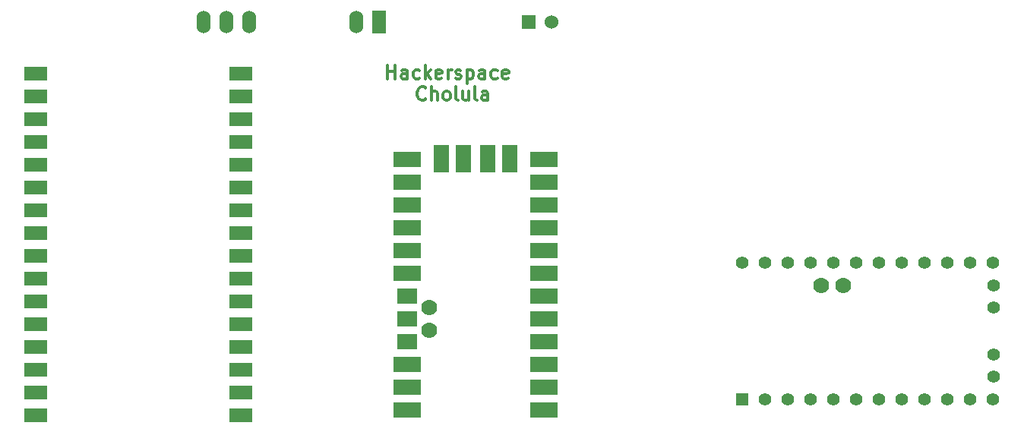
<source format=gts>
G04 (created by PCBNEW (2013-07-07 BZR 4022)-stable) date 16/12/2014 09:46:14*
%MOIN*%
G04 Gerber Fmt 3.4, Leading zero omitted, Abs format*
%FSLAX34Y34*%
G01*
G70*
G90*
G04 APERTURE LIST*
%ADD10C,0.00590551*%
%ADD11C,0.011811*%
%ADD12R,0.12X0.067*%
%ADD13R,0.067X0.12*%
%ADD14R,0.09X0.067*%
%ADD15C,0.07*%
%ADD16O,0.06X0.1*%
%ADD17R,0.1X0.0590551*%
%ADD18R,0.06X0.1*%
%ADD19R,0.06X0.06*%
%ADD20C,0.06*%
%ADD21R,0.055X0.055*%
%ADD22C,0.055*%
G04 APERTURE END LIST*
G54D10*
G54D11*
X40044Y-23959D02*
X40044Y-23368D01*
X40044Y-23650D02*
X40382Y-23650D01*
X40382Y-23959D02*
X40382Y-23368D01*
X40916Y-23959D02*
X40916Y-23650D01*
X40888Y-23593D01*
X40832Y-23565D01*
X40719Y-23565D01*
X40663Y-23593D01*
X40916Y-23931D02*
X40860Y-23959D01*
X40719Y-23959D01*
X40663Y-23931D01*
X40635Y-23875D01*
X40635Y-23818D01*
X40663Y-23762D01*
X40719Y-23734D01*
X40860Y-23734D01*
X40916Y-23706D01*
X41451Y-23931D02*
X41394Y-23959D01*
X41282Y-23959D01*
X41226Y-23931D01*
X41197Y-23903D01*
X41169Y-23847D01*
X41169Y-23678D01*
X41197Y-23622D01*
X41226Y-23593D01*
X41282Y-23565D01*
X41394Y-23565D01*
X41451Y-23593D01*
X41704Y-23959D02*
X41704Y-23368D01*
X41760Y-23734D02*
X41929Y-23959D01*
X41929Y-23565D02*
X41704Y-23790D01*
X42407Y-23931D02*
X42350Y-23959D01*
X42238Y-23959D01*
X42182Y-23931D01*
X42154Y-23875D01*
X42154Y-23650D01*
X42182Y-23593D01*
X42238Y-23565D01*
X42350Y-23565D01*
X42407Y-23593D01*
X42435Y-23650D01*
X42435Y-23706D01*
X42154Y-23762D01*
X42688Y-23959D02*
X42688Y-23565D01*
X42688Y-23678D02*
X42716Y-23622D01*
X42744Y-23593D01*
X42800Y-23565D01*
X42857Y-23565D01*
X43025Y-23931D02*
X43082Y-23959D01*
X43194Y-23959D01*
X43250Y-23931D01*
X43278Y-23875D01*
X43278Y-23847D01*
X43250Y-23790D01*
X43194Y-23762D01*
X43110Y-23762D01*
X43053Y-23734D01*
X43025Y-23678D01*
X43025Y-23650D01*
X43053Y-23593D01*
X43110Y-23565D01*
X43194Y-23565D01*
X43250Y-23593D01*
X43532Y-23565D02*
X43532Y-24156D01*
X43532Y-23593D02*
X43588Y-23565D01*
X43700Y-23565D01*
X43757Y-23593D01*
X43785Y-23622D01*
X43813Y-23678D01*
X43813Y-23847D01*
X43785Y-23903D01*
X43757Y-23931D01*
X43700Y-23959D01*
X43588Y-23959D01*
X43532Y-23931D01*
X44319Y-23959D02*
X44319Y-23650D01*
X44291Y-23593D01*
X44235Y-23565D01*
X44122Y-23565D01*
X44066Y-23593D01*
X44319Y-23931D02*
X44263Y-23959D01*
X44122Y-23959D01*
X44066Y-23931D01*
X44038Y-23875D01*
X44038Y-23818D01*
X44066Y-23762D01*
X44122Y-23734D01*
X44263Y-23734D01*
X44319Y-23706D01*
X44853Y-23931D02*
X44797Y-23959D01*
X44685Y-23959D01*
X44628Y-23931D01*
X44600Y-23903D01*
X44572Y-23847D01*
X44572Y-23678D01*
X44600Y-23622D01*
X44628Y-23593D01*
X44685Y-23565D01*
X44797Y-23565D01*
X44853Y-23593D01*
X45331Y-23931D02*
X45275Y-23959D01*
X45163Y-23959D01*
X45106Y-23931D01*
X45078Y-23875D01*
X45078Y-23650D01*
X45106Y-23593D01*
X45163Y-23565D01*
X45275Y-23565D01*
X45331Y-23593D01*
X45359Y-23650D01*
X45359Y-23706D01*
X45078Y-23762D01*
X41718Y-24848D02*
X41690Y-24876D01*
X41605Y-24904D01*
X41549Y-24904D01*
X41465Y-24876D01*
X41408Y-24820D01*
X41380Y-24763D01*
X41352Y-24651D01*
X41352Y-24566D01*
X41380Y-24454D01*
X41408Y-24398D01*
X41465Y-24341D01*
X41549Y-24313D01*
X41605Y-24313D01*
X41690Y-24341D01*
X41718Y-24370D01*
X41971Y-24904D02*
X41971Y-24313D01*
X42224Y-24904D02*
X42224Y-24595D01*
X42196Y-24538D01*
X42140Y-24510D01*
X42055Y-24510D01*
X41999Y-24538D01*
X41971Y-24566D01*
X42589Y-24904D02*
X42533Y-24876D01*
X42505Y-24848D01*
X42477Y-24791D01*
X42477Y-24623D01*
X42505Y-24566D01*
X42533Y-24538D01*
X42589Y-24510D01*
X42674Y-24510D01*
X42730Y-24538D01*
X42758Y-24566D01*
X42786Y-24623D01*
X42786Y-24791D01*
X42758Y-24848D01*
X42730Y-24876D01*
X42674Y-24904D01*
X42589Y-24904D01*
X43124Y-24904D02*
X43068Y-24876D01*
X43039Y-24820D01*
X43039Y-24313D01*
X43602Y-24510D02*
X43602Y-24904D01*
X43349Y-24510D02*
X43349Y-24820D01*
X43377Y-24876D01*
X43433Y-24904D01*
X43517Y-24904D01*
X43574Y-24876D01*
X43602Y-24848D01*
X43967Y-24904D02*
X43911Y-24876D01*
X43883Y-24820D01*
X43883Y-24313D01*
X44446Y-24904D02*
X44446Y-24595D01*
X44417Y-24538D01*
X44361Y-24510D01*
X44249Y-24510D01*
X44192Y-24538D01*
X44446Y-24876D02*
X44389Y-24904D01*
X44249Y-24904D01*
X44192Y-24876D01*
X44164Y-24820D01*
X44164Y-24763D01*
X44192Y-24707D01*
X44249Y-24679D01*
X44389Y-24679D01*
X44446Y-24651D01*
G54D12*
X46897Y-38488D03*
X46897Y-37488D03*
X46897Y-36488D03*
X46897Y-35488D03*
X46897Y-34488D03*
X46897Y-33488D03*
X46897Y-32488D03*
X46897Y-31488D03*
X46897Y-30488D03*
X46897Y-29488D03*
X46897Y-28488D03*
X46897Y-27488D03*
G54D13*
X45405Y-27460D03*
X44421Y-27460D03*
X43374Y-27460D03*
X42389Y-27460D03*
G54D12*
X40897Y-27488D03*
X40897Y-28488D03*
X40897Y-29488D03*
X40897Y-30488D03*
X40897Y-31488D03*
X40897Y-32488D03*
G54D14*
X40897Y-33488D03*
X40897Y-34488D03*
X40897Y-35488D03*
G54D12*
X40897Y-36488D03*
X40897Y-37488D03*
X40897Y-38488D03*
G54D15*
X41877Y-35008D03*
X41877Y-34008D03*
G54D16*
X33972Y-21456D03*
X32972Y-21456D03*
X31972Y-21456D03*
G54D17*
X24606Y-23720D03*
X24606Y-24720D03*
X24606Y-25720D03*
X24606Y-26720D03*
X24606Y-27720D03*
X24606Y-28720D03*
X24606Y-29720D03*
X24606Y-30720D03*
X24606Y-31720D03*
X24606Y-32720D03*
X24606Y-33720D03*
X24606Y-34720D03*
X24606Y-35720D03*
X24606Y-36720D03*
X24606Y-37720D03*
X24606Y-38720D03*
X33606Y-38720D03*
X33606Y-37720D03*
X33606Y-36720D03*
X33606Y-35720D03*
X33606Y-34720D03*
X33606Y-33720D03*
X33606Y-32720D03*
X33606Y-31720D03*
X33606Y-30720D03*
X33606Y-29720D03*
X33606Y-28720D03*
X33606Y-27720D03*
X33606Y-26720D03*
X33606Y-25720D03*
X33606Y-24720D03*
X33606Y-23720D03*
G54D18*
X39673Y-21456D03*
G54D16*
X38673Y-21456D03*
G54D19*
X46251Y-21456D03*
G54D20*
X47251Y-21456D03*
G54D21*
X55600Y-38040D03*
G54D22*
X56600Y-38040D03*
X57600Y-38040D03*
X58600Y-38040D03*
X59600Y-38040D03*
X60600Y-38040D03*
X61600Y-38040D03*
X62600Y-38040D03*
X63600Y-38040D03*
X64600Y-38040D03*
X65600Y-38040D03*
X66600Y-38040D03*
X66627Y-37047D03*
X66627Y-36063D03*
X66627Y-34016D03*
X66627Y-33032D03*
X66600Y-32040D03*
X65600Y-32040D03*
X64600Y-32040D03*
X63600Y-32040D03*
X62600Y-32040D03*
X61600Y-32040D03*
X60600Y-32040D03*
X59600Y-32040D03*
X58600Y-32040D03*
X57600Y-32040D03*
X56600Y-32040D03*
X55600Y-32040D03*
G54D15*
X59068Y-33032D03*
X60052Y-33032D03*
M02*

</source>
